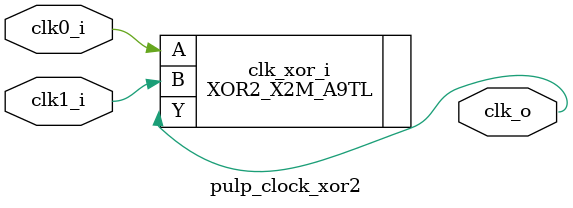
<source format=sv>
/* Copyright (C) 2017 ETH Zurich, University of Bologna
 * All rights reserved.
 *
 * This code is under development and not yet released to the public.
 * Until it is released, the code is under the copyright of ETH Zurich and
 * the University of Bologna, and may contain confidential and/or unpublished 
 * work. Any reuse/redistribution is strictly forbidden without written
 * permission from ETH Zurich.
 *
 * Bug fixes and contributions will eventually be released under the
 * SolderPad open hardware license in the context of the PULP platform
 * (http://www.pulp-platform.org), under the copyright of ETH Zurich and the
 * University of Bologna.
 */

module pulp_clock_xor2
(
   input  logic clk0_i,
   input  logic clk1_i,
   output logic clk_o
);


   XOR2_X2M_A9TL clk_xor_i 
   (
      .Y(clk_o),
      .A(clk0_i),
      .B(clk1_i) 
   );


endmodule

</source>
